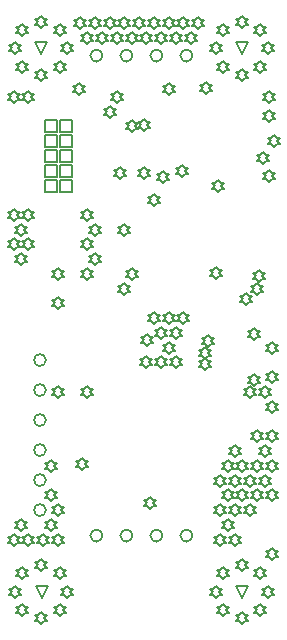
<source format=gbr>
G04*
G04 #@! TF.GenerationSoftware,Altium Limited,Altium Designer,24.5.2 (23)*
G04*
G04 Layer_Color=2752767*
%FSLAX25Y25*%
%MOIN*%
G70*
G04*
G04 #@! TF.SameCoordinates,31991F0E-98CA-4A4E-B794-B5AF52ABA4E1*
G04*
G04*
G04 #@! TF.FilePolarity,Positive*
G04*
G01*
G75*
%ADD13C,0.00500*%
%ADD58C,0.00667*%
D13*
X13780Y192882D02*
X11779Y196882D01*
X15779D01*
X13780Y192882D01*
X19971Y157088D02*
Y161088D01*
X23971D01*
Y157088D01*
X19971D01*
X14971D02*
Y161088D01*
X18971D01*
Y157088D01*
X14971D01*
Y162088D02*
Y166088D01*
X18971D01*
Y162088D01*
X14971D01*
Y167088D02*
Y171088D01*
X18971D01*
Y167088D01*
X14971D01*
Y152088D02*
Y156088D01*
X18971D01*
Y152088D01*
X14971D01*
Y147088D02*
Y151088D01*
X18971D01*
Y147088D01*
X14971D01*
X19971Y152088D02*
Y156088D01*
X23971D01*
Y152088D01*
X19971D01*
Y147088D02*
Y151088D01*
X23971D01*
Y147088D01*
X19971D01*
Y162088D02*
Y166088D01*
X23971D01*
Y162088D01*
X19971D01*
Y167088D02*
Y171088D01*
X23971D01*
Y167088D01*
X19971D01*
X14028Y11779D02*
X12028Y15779D01*
X16028D01*
X14028Y11779D01*
X80709D02*
X78709Y15779D01*
X82709D01*
X80709Y11779D01*
Y192882D02*
X78709Y196882D01*
X82709D01*
X80709Y192882D01*
X29232Y196461D02*
X30232Y197461D01*
X31232D01*
X30232Y198461D01*
X31232Y199461D01*
X30232D01*
X29232Y200461D01*
X28232Y199461D01*
X27232D01*
X28232Y198461D01*
X27232Y197461D01*
X28232D01*
X29232Y196461D01*
X26772Y201382D02*
X27772Y202382D01*
X28772D01*
X27772Y203382D01*
X28772Y204382D01*
X27772D01*
X26772Y205382D01*
X25772Y204382D01*
X24772D01*
X25772Y203382D01*
X24772Y202382D01*
X25772D01*
X26772Y201382D01*
X90748Y93114D02*
X91748Y94114D01*
X92748D01*
X91748Y95114D01*
X92748Y96114D01*
X91748D01*
X90748Y97114D01*
X89748Y96114D01*
X88748D01*
X89748Y95114D01*
X88748Y94114D01*
X89748D01*
X90748Y93114D01*
Y83272D02*
X91748Y84272D01*
X92748D01*
X91748Y85272D01*
X92748Y86272D01*
X91748D01*
X90748Y87272D01*
X89748Y86272D01*
X88748D01*
X89748Y85272D01*
X88748Y84272D01*
X89748D01*
X90748Y83272D01*
X88287Y78350D02*
X89287Y79350D01*
X90287D01*
X89287Y80350D01*
X90287Y81350D01*
X89287D01*
X88287Y82350D01*
X87287Y81350D01*
X86287D01*
X87287Y80350D01*
X86287Y79350D01*
X87287D01*
X88287Y78350D01*
X90748Y73429D02*
X91748Y74429D01*
X92748D01*
X91748Y75429D01*
X92748Y76429D01*
X91748D01*
X90748Y77429D01*
X89748Y76429D01*
X88748D01*
X89748Y75429D01*
X88748Y74429D01*
X89748D01*
X90748Y73429D01*
Y63587D02*
X91748Y64587D01*
X92748D01*
X91748Y65587D01*
X92748Y66587D01*
X91748D01*
X90748Y67587D01*
X89748Y66587D01*
X88748D01*
X89748Y65587D01*
X88748Y64587D01*
X89748D01*
X90748Y63587D01*
X88287Y58665D02*
X89287Y59665D01*
X90287D01*
X89287Y60665D01*
X90287Y61665D01*
X89287D01*
X88287Y62665D01*
X87287Y61665D01*
X86287D01*
X87287Y60665D01*
X86287Y59665D01*
X87287D01*
X88287Y58665D01*
X90748Y53744D02*
X91748Y54744D01*
X92748D01*
X91748Y55744D01*
X92748Y56744D01*
X91748D01*
X90748Y57744D01*
X89748Y56744D01*
X88748D01*
X89748Y55744D01*
X88748Y54744D01*
X89748D01*
X90748Y53744D01*
X88287Y48823D02*
X89287Y49823D01*
X90287D01*
X89287Y50823D01*
X90287Y51823D01*
X89287D01*
X88287Y52823D01*
X87287Y51823D01*
X86287D01*
X87287Y50823D01*
X86287Y49823D01*
X87287D01*
X88287Y48823D01*
X90748Y43902D02*
X91748Y44902D01*
X92748D01*
X91748Y45902D01*
X92748Y46902D01*
X91748D01*
X90748Y47902D01*
X89748Y46902D01*
X88748D01*
X89748Y45902D01*
X88748Y44902D01*
X89748D01*
X90748Y43902D01*
Y24216D02*
X91748Y25216D01*
X92748D01*
X91748Y26217D01*
X92748Y27217D01*
X91748D01*
X90748Y28216D01*
X89748Y27217D01*
X88748D01*
X89748Y26217D01*
X88748Y25216D01*
X89748D01*
X90748Y24216D01*
X85827Y112799D02*
X86827Y113799D01*
X87827D01*
X86827Y114799D01*
X87827Y115799D01*
X86827D01*
X85827Y116799D01*
X84827Y115799D01*
X83827D01*
X84827Y114799D01*
X83827Y113799D01*
X84827D01*
X85827Y112799D01*
X83366Y78350D02*
X84366Y79350D01*
X85366D01*
X84366Y80350D01*
X85366Y81350D01*
X84366D01*
X83366Y82350D01*
X82366Y81350D01*
X81366D01*
X82366Y80350D01*
X81366Y79350D01*
X82366D01*
X83366Y78350D01*
X85827Y63587D02*
X86827Y64587D01*
X87827D01*
X86827Y65587D01*
X87827Y66587D01*
X86827D01*
X85827Y67587D01*
X84827Y66587D01*
X83827D01*
X84827Y65587D01*
X83827Y64587D01*
X84827D01*
X85827Y63587D01*
Y53744D02*
X86827Y54744D01*
X87827D01*
X86827Y55744D01*
X87827Y56744D01*
X86827D01*
X85827Y57744D01*
X84827Y56744D01*
X83827D01*
X84827Y55744D01*
X83827Y54744D01*
X84827D01*
X85827Y53744D01*
X83366Y48823D02*
X84366Y49823D01*
X85366D01*
X84366Y50823D01*
X85366Y51823D01*
X84366D01*
X83366Y52823D01*
X82366Y51823D01*
X81366D01*
X82366Y50823D01*
X81366Y49823D01*
X82366D01*
X83366Y48823D01*
X85827Y43902D02*
X86827Y44902D01*
X87827D01*
X86827Y45902D01*
X87827Y46902D01*
X86827D01*
X85827Y47902D01*
X84827Y46902D01*
X83827D01*
X84827Y45902D01*
X83827Y44902D01*
X84827D01*
X85827Y43902D01*
X83366Y38980D02*
X84366Y39980D01*
X85366D01*
X84366Y40980D01*
X85366Y41980D01*
X84366D01*
X83366Y42980D01*
X82366Y41980D01*
X81366D01*
X82366Y40980D01*
X81366Y39980D01*
X82366D01*
X83366Y38980D01*
X78445Y58665D02*
X79445Y59665D01*
X80445D01*
X79445Y60665D01*
X80445Y61665D01*
X79445D01*
X78445Y62665D01*
X77445Y61665D01*
X76445D01*
X77445Y60665D01*
X76445Y59665D01*
X77445D01*
X78445Y58665D01*
X80905Y53744D02*
X81906Y54744D01*
X82906D01*
X81906Y55744D01*
X82906Y56744D01*
X81906D01*
X80905Y57744D01*
X79905Y56744D01*
X78905D01*
X79905Y55744D01*
X78905Y54744D01*
X79905D01*
X80905Y53744D01*
X78445Y48823D02*
X79445Y49823D01*
X80445D01*
X79445Y50823D01*
X80445Y51823D01*
X79445D01*
X78445Y52823D01*
X77445Y51823D01*
X76445D01*
X77445Y50823D01*
X76445Y49823D01*
X77445D01*
X78445Y48823D01*
X80905Y43902D02*
X81906Y44902D01*
X82906D01*
X81906Y45902D01*
X82906Y46902D01*
X81906D01*
X80905Y47902D01*
X79905Y46902D01*
X78905D01*
X79905Y45902D01*
X78905Y44902D01*
X79905D01*
X80905Y43902D01*
X78445Y38980D02*
X79445Y39980D01*
X80445D01*
X79445Y40980D01*
X80445Y41980D01*
X79445D01*
X78445Y42980D01*
X77445Y41980D01*
X76445D01*
X77445Y40980D01*
X76445Y39980D01*
X77445D01*
X78445Y38980D01*
Y29138D02*
X79445Y30138D01*
X80445D01*
X79445Y31138D01*
X80445Y32138D01*
X79445D01*
X78445Y33138D01*
X77445Y32138D01*
X76445D01*
X77445Y31138D01*
X76445Y30138D01*
X77445D01*
X78445Y29138D01*
X75984Y53744D02*
X76984Y54744D01*
X77984D01*
X76984Y55744D01*
X77984Y56744D01*
X76984D01*
X75984Y57744D01*
X74984Y56744D01*
X73984D01*
X74984Y55744D01*
X73984Y54744D01*
X74984D01*
X75984Y53744D01*
X73524Y48823D02*
X74524Y49823D01*
X75524D01*
X74524Y50823D01*
X75524Y51823D01*
X74524D01*
X73524Y52823D01*
X72524Y51823D01*
X71524D01*
X72524Y50823D01*
X71524Y49823D01*
X72524D01*
X73524Y48823D01*
X75984Y43902D02*
X76984Y44902D01*
X77984D01*
X76984Y45902D01*
X77984Y46902D01*
X76984D01*
X75984Y47902D01*
X74984Y46902D01*
X73984D01*
X74984Y45902D01*
X73984Y44902D01*
X74984D01*
X75984Y43902D01*
X73524Y38980D02*
X74524Y39980D01*
X75524D01*
X74524Y40980D01*
X75524Y41980D01*
X74524D01*
X73524Y42980D01*
X72524Y41980D01*
X71524D01*
X72524Y40980D01*
X71524Y39980D01*
X72524D01*
X73524Y38980D01*
X75984Y34059D02*
X76984Y35059D01*
X77984D01*
X76984Y36059D01*
X77984Y37059D01*
X76984D01*
X75984Y38059D01*
X74984Y37059D01*
X73984D01*
X74984Y36059D01*
X73984Y35059D01*
X74984D01*
X75984Y34059D01*
X73524Y29138D02*
X74524Y30138D01*
X75524D01*
X74524Y31138D01*
X75524Y32138D01*
X74524D01*
X73524Y33138D01*
X72524Y32138D01*
X71524D01*
X72524Y31138D01*
X71524Y30138D01*
X72524D01*
X73524Y29138D01*
X66142Y201382D02*
X67142Y202382D01*
X68142D01*
X67142Y203382D01*
X68142Y204382D01*
X67142D01*
X66142Y205382D01*
X65142Y204382D01*
X64142D01*
X65142Y203382D01*
X64142Y202382D01*
X65142D01*
X66142Y201382D01*
X63681Y196461D02*
X64681Y197461D01*
X65681D01*
X64681Y198461D01*
X65681Y199461D01*
X64681D01*
X63681Y200461D01*
X62681Y199461D01*
X61681D01*
X62681Y198461D01*
X61681Y197461D01*
X62681D01*
X63681Y196461D01*
X61221Y201382D02*
X62221Y202382D01*
X63221D01*
X62221Y203382D01*
X63221Y204382D01*
X62221D01*
X61221Y205382D01*
X60220Y204382D01*
X59220D01*
X60220Y203382D01*
X59220Y202382D01*
X60220D01*
X61221Y201382D01*
X58760Y196461D02*
X59760Y197461D01*
X60760D01*
X59760Y198461D01*
X60760Y199461D01*
X59760D01*
X58760Y200461D01*
X57760Y199461D01*
X56760D01*
X57760Y198461D01*
X56760Y197461D01*
X57760D01*
X58760Y196461D01*
X61221Y102957D02*
X62221Y103957D01*
X63221D01*
X62221Y104957D01*
X63221Y105957D01*
X62221D01*
X61221Y106957D01*
X60220Y105957D01*
X59220D01*
X60220Y104957D01*
X59220Y103957D01*
X60220D01*
X61221Y102957D01*
X58760Y98035D02*
X59760Y99035D01*
X60760D01*
X59760Y100035D01*
X60760Y101035D01*
X59760D01*
X58760Y102035D01*
X57760Y101035D01*
X56760D01*
X57760Y100035D01*
X56760Y99035D01*
X57760D01*
X58760Y98035D01*
Y88193D02*
X59760Y89193D01*
X60760D01*
X59760Y90193D01*
X60760Y91193D01*
X59760D01*
X58760Y92193D01*
X57760Y91193D01*
X56760D01*
X57760Y90193D01*
X56760Y89193D01*
X57760D01*
X58760Y88193D01*
X56299Y201382D02*
X57299Y202382D01*
X58299D01*
X57299Y203382D01*
X58299Y204382D01*
X57299D01*
X56299Y205382D01*
X55299Y204382D01*
X54299D01*
X55299Y203382D01*
X54299Y202382D01*
X55299D01*
X56299Y201382D01*
X53839Y196461D02*
X54839Y197461D01*
X55839D01*
X54839Y198461D01*
X55839Y199461D01*
X54839D01*
X53839Y200461D01*
X52839Y199461D01*
X51839D01*
X52839Y198461D01*
X51839Y197461D01*
X52839D01*
X53839Y196461D01*
X56299Y102957D02*
X57299Y103957D01*
X58299D01*
X57299Y104957D01*
X58299Y105957D01*
X57299D01*
X56299Y106957D01*
X55299Y105957D01*
X54299D01*
X55299Y104957D01*
X54299Y103957D01*
X55299D01*
X56299Y102957D01*
X53839Y98035D02*
X54839Y99035D01*
X55839D01*
X54839Y100035D01*
X55839Y101035D01*
X54839D01*
X53839Y102035D01*
X52839Y101035D01*
X51839D01*
X52839Y100035D01*
X51839Y99035D01*
X52839D01*
X53839Y98035D01*
X56299Y93114D02*
X57299Y94114D01*
X58299D01*
X57299Y95114D01*
X58299Y96114D01*
X57299D01*
X56299Y97114D01*
X55299Y96114D01*
X54299D01*
X55299Y95114D01*
X54299Y94114D01*
X55299D01*
X56299Y93114D01*
X53839Y88193D02*
X54839Y89193D01*
X55839D01*
X54839Y90193D01*
X55839Y91193D01*
X54839D01*
X53839Y92193D01*
X52839Y91193D01*
X51839D01*
X52839Y90193D01*
X51839Y89193D01*
X52839D01*
X53839Y88193D01*
X51378Y201382D02*
X52378Y202382D01*
X53378D01*
X52378Y203382D01*
X53378Y204382D01*
X52378D01*
X51378Y205382D01*
X50378Y204382D01*
X49378D01*
X50378Y203382D01*
X49378Y202382D01*
X50378D01*
X51378Y201382D01*
X48917Y196461D02*
X49917Y197461D01*
X50917D01*
X49917Y198461D01*
X50917Y199461D01*
X49917D01*
X48917Y200461D01*
X47917Y199461D01*
X46917D01*
X47917Y198461D01*
X46917Y197461D01*
X47917D01*
X48917Y196461D01*
X51378Y142327D02*
X52378Y143327D01*
X53378D01*
X52378Y144327D01*
X53378Y145327D01*
X52378D01*
X51378Y146327D01*
X50378Y145327D01*
X49378D01*
X50378Y144327D01*
X49378Y143327D01*
X50378D01*
X51378Y142327D01*
Y102957D02*
X52378Y103957D01*
X53378D01*
X52378Y104957D01*
X53378Y105957D01*
X52378D01*
X51378Y106957D01*
X50378Y105957D01*
X49378D01*
X50378Y104957D01*
X49378Y103957D01*
X50378D01*
X51378Y102957D01*
X48917Y88193D02*
X49917Y89193D01*
X50917D01*
X49917Y90193D01*
X50917Y91193D01*
X49917D01*
X48917Y92193D01*
X47917Y91193D01*
X46917D01*
X47917Y90193D01*
X46917Y89193D01*
X47917D01*
X48917Y88193D01*
X46457Y201382D02*
X47457Y202382D01*
X48457D01*
X47457Y203382D01*
X48457Y204382D01*
X47457D01*
X46457Y205382D01*
X45457Y204382D01*
X44457D01*
X45457Y203382D01*
X44457Y202382D01*
X45457D01*
X46457Y201382D01*
X43996Y196461D02*
X44996Y197461D01*
X45996D01*
X44996Y198461D01*
X45996Y199461D01*
X44996D01*
X43996Y200461D01*
X42996Y199461D01*
X41996D01*
X42996Y198461D01*
X41996Y197461D01*
X42996D01*
X43996Y196461D01*
Y166933D02*
X44996Y167933D01*
X45996D01*
X44996Y168933D01*
X45996Y169933D01*
X44996D01*
X43996Y170933D01*
X42996Y169933D01*
X41996D01*
X42996Y168933D01*
X41996Y167933D01*
X42996D01*
X43996Y166933D01*
Y117720D02*
X44996Y118720D01*
X45996D01*
X44996Y119720D01*
X45996Y120721D01*
X44996D01*
X43996Y121721D01*
X42996Y120721D01*
X41996D01*
X42996Y119720D01*
X41996Y118720D01*
X42996D01*
X43996Y117720D01*
X41535Y201382D02*
X42535Y202382D01*
X43535D01*
X42535Y203382D01*
X43535Y204382D01*
X42535D01*
X41535Y205382D01*
X40535Y204382D01*
X39535D01*
X40535Y203382D01*
X39535Y202382D01*
X40535D01*
X41535Y201382D01*
X39075Y196461D02*
X40075Y197461D01*
X41075D01*
X40075Y198461D01*
X41075Y199461D01*
X40075D01*
X39075Y200461D01*
X38075Y199461D01*
X37075D01*
X38075Y198461D01*
X37075Y197461D01*
X38075D01*
X39075Y196461D01*
Y176776D02*
X40075Y177776D01*
X41075D01*
X40075Y178776D01*
X41075Y179776D01*
X40075D01*
X39075Y180776D01*
X38075Y179776D01*
X37075D01*
X38075Y178776D01*
X37075Y177776D01*
X38075D01*
X39075Y176776D01*
X41535Y132484D02*
X42535Y133484D01*
X43535D01*
X42535Y134484D01*
X43535Y135484D01*
X42535D01*
X41535Y136484D01*
X40535Y135484D01*
X39535D01*
X40535Y134484D01*
X39535Y133484D01*
X40535D01*
X41535Y132484D01*
Y112799D02*
X42535Y113799D01*
X43535D01*
X42535Y114799D01*
X43535Y115799D01*
X42535D01*
X41535Y116799D01*
X40535Y115799D01*
X39535D01*
X40535Y114799D01*
X39535Y113799D01*
X40535D01*
X41535Y112799D01*
X36614Y201382D02*
X37614Y202382D01*
X38614D01*
X37614Y203382D01*
X38614Y204382D01*
X37614D01*
X36614Y205382D01*
X35614Y204382D01*
X34614D01*
X35614Y203382D01*
X34614Y202382D01*
X35614D01*
X36614Y201382D01*
X34154Y196461D02*
X35154Y197461D01*
X36154D01*
X35154Y198461D01*
X36154Y199461D01*
X35154D01*
X34154Y200461D01*
X33154Y199461D01*
X32154D01*
X33154Y198461D01*
X32154Y197461D01*
X33154D01*
X34154Y196461D01*
X36614Y171854D02*
X37614Y172854D01*
X38614D01*
X37614Y173854D01*
X38614Y174854D01*
X37614D01*
X36614Y175854D01*
X35614Y174854D01*
X34614D01*
X35614Y173854D01*
X34614Y172854D01*
X35614D01*
X36614Y171854D01*
X31693Y201382D02*
X32693Y202382D01*
X33693D01*
X32693Y203382D01*
X33693Y204382D01*
X32693D01*
X31693Y205382D01*
X30693Y204382D01*
X29693D01*
X30693Y203382D01*
X29693Y202382D01*
X30693D01*
X31693Y201382D01*
X29232Y137406D02*
X30232Y138406D01*
X31232D01*
X30232Y139406D01*
X31232Y140405D01*
X30232D01*
X29232Y141405D01*
X28232Y140405D01*
X27232D01*
X28232Y139406D01*
X27232Y138406D01*
X28232D01*
X29232Y137406D01*
X31693Y132484D02*
X32693Y133484D01*
X33693D01*
X32693Y134484D01*
X33693Y135484D01*
X32693D01*
X31693Y136484D01*
X30693Y135484D01*
X29693D01*
X30693Y134484D01*
X29693Y133484D01*
X30693D01*
X31693Y132484D01*
X29232Y127563D02*
X30232Y128563D01*
X31232D01*
X30232Y129563D01*
X31232Y130563D01*
X30232D01*
X29232Y131563D01*
X28232Y130563D01*
X27232D01*
X28232Y129563D01*
X27232Y128563D01*
X28232D01*
X29232Y127563D01*
X31693Y122642D02*
X32693Y123642D01*
X33693D01*
X32693Y124642D01*
X33693Y125642D01*
X32693D01*
X31693Y126642D01*
X30693Y125642D01*
X29693D01*
X30693Y124642D01*
X29693Y123642D01*
X30693D01*
X31693Y122642D01*
X29232Y117720D02*
X30232Y118720D01*
X31232D01*
X30232Y119720D01*
X31232Y120721D01*
X30232D01*
X29232Y121721D01*
X28232Y120721D01*
X27232D01*
X28232Y119720D01*
X27232Y118720D01*
X28232D01*
X29232Y117720D01*
Y78350D02*
X30232Y79350D01*
X31232D01*
X30232Y80350D01*
X31232Y81350D01*
X30232D01*
X29232Y82350D01*
X28232Y81350D01*
X27232D01*
X28232Y80350D01*
X27232Y79350D01*
X28232D01*
X29232Y78350D01*
X19390Y117720D02*
X20390Y118720D01*
X21390D01*
X20390Y119720D01*
X21390Y120721D01*
X20390D01*
X19390Y121721D01*
X18390Y120721D01*
X17390D01*
X18390Y119720D01*
X17390Y118720D01*
X18390D01*
X19390Y117720D01*
Y107878D02*
X20390Y108878D01*
X21390D01*
X20390Y109878D01*
X21390Y110878D01*
X20390D01*
X19390Y111878D01*
X18390Y110878D01*
X17390D01*
X18390Y109878D01*
X17390Y108878D01*
X18390D01*
X19390Y107878D01*
Y78350D02*
X20390Y79350D01*
X21390D01*
X20390Y80350D01*
X21390Y81350D01*
X20390D01*
X19390Y82350D01*
X18390Y81350D01*
X17390D01*
X18390Y80350D01*
X17390Y79350D01*
X18390D01*
X19390Y78350D01*
Y38980D02*
X20390Y39980D01*
X21390D01*
X20390Y40980D01*
X21390Y41980D01*
X20390D01*
X19390Y42980D01*
X18390Y41980D01*
X17390D01*
X18390Y40980D01*
X17390Y39980D01*
X18390D01*
X19390Y38980D01*
Y29138D02*
X20390Y30138D01*
X21390D01*
X20390Y31138D01*
X21390Y32138D01*
X20390D01*
X19390Y33138D01*
X18390Y32138D01*
X17390D01*
X18390Y31138D01*
X17390Y30138D01*
X18390D01*
X19390Y29138D01*
X16929Y53744D02*
X17929Y54744D01*
X18929D01*
X17929Y55744D01*
X18929Y56744D01*
X17929D01*
X16929Y57744D01*
X15929Y56744D01*
X14929D01*
X15929Y55744D01*
X14929Y54744D01*
X15929D01*
X16929Y53744D01*
Y43902D02*
X17929Y44902D01*
X18929D01*
X17929Y45902D01*
X18929Y46902D01*
X17929D01*
X16929Y47902D01*
X15929Y46902D01*
X14929D01*
X15929Y45902D01*
X14929Y44902D01*
X15929D01*
X16929Y43902D01*
Y34059D02*
X17929Y35059D01*
X18929D01*
X17929Y36059D01*
X18929Y37059D01*
X17929D01*
X16929Y38059D01*
X15929Y37059D01*
X14929D01*
X15929Y36059D01*
X14929Y35059D01*
X15929D01*
X16929Y34059D01*
X14469Y29138D02*
X15469Y30138D01*
X16468D01*
X15469Y31138D01*
X16468Y32138D01*
X15469D01*
X14469Y33138D01*
X13468Y32138D01*
X12468D01*
X13468Y31138D01*
X12468Y30138D01*
X13468D01*
X14469Y29138D01*
X9547Y176776D02*
X10547Y177776D01*
X11547D01*
X10547Y178776D01*
X11547Y179776D01*
X10547D01*
X9547Y180776D01*
X8547Y179776D01*
X7547D01*
X8547Y178776D01*
X7547Y177776D01*
X8547D01*
X9547Y176776D01*
Y137406D02*
X10547Y138406D01*
X11547D01*
X10547Y139406D01*
X11547Y140405D01*
X10547D01*
X9547Y141405D01*
X8547Y140405D01*
X7547D01*
X8547Y139406D01*
X7547Y138406D01*
X8547D01*
X9547Y137406D01*
Y127563D02*
X10547Y128563D01*
X11547D01*
X10547Y129563D01*
X11547Y130563D01*
X10547D01*
X9547Y131563D01*
X8547Y130563D01*
X7547D01*
X8547Y129563D01*
X7547Y128563D01*
X8547D01*
X9547Y127563D01*
Y29138D02*
X10547Y30138D01*
X11547D01*
X10547Y31138D01*
X11547Y32138D01*
X10547D01*
X9547Y33138D01*
X8547Y32138D01*
X7547D01*
X8547Y31138D01*
X7547Y30138D01*
X8547D01*
X9547Y29138D01*
X4626Y176776D02*
X5626Y177776D01*
X6626D01*
X5626Y178776D01*
X6626Y179776D01*
X5626D01*
X4626Y180776D01*
X3626Y179776D01*
X2626D01*
X3626Y178776D01*
X2626Y177776D01*
X3626D01*
X4626Y176776D01*
Y137406D02*
X5626Y138406D01*
X6626D01*
X5626Y139406D01*
X6626Y140405D01*
X5626D01*
X4626Y141405D01*
X3626Y140405D01*
X2626D01*
X3626Y139406D01*
X2626Y138406D01*
X3626D01*
X4626Y137406D01*
X7087Y132484D02*
X8087Y133484D01*
X9087D01*
X8087Y134484D01*
X9087Y135484D01*
X8087D01*
X7087Y136484D01*
X6087Y135484D01*
X5087D01*
X6087Y134484D01*
X5087Y133484D01*
X6087D01*
X7087Y132484D01*
X4626Y127563D02*
X5626Y128563D01*
X6626D01*
X5626Y129563D01*
X6626Y130563D01*
X5626D01*
X4626Y131563D01*
X3626Y130563D01*
X2626D01*
X3626Y129563D01*
X2626Y128563D01*
X3626D01*
X4626Y127563D01*
X7087Y122642D02*
X8087Y123642D01*
X9087D01*
X8087Y124642D01*
X9087Y125642D01*
X8087D01*
X7087Y126642D01*
X6087Y125642D01*
X5087D01*
X6087Y124642D01*
X5087Y123642D01*
X6087D01*
X7087Y122642D01*
Y34059D02*
X8087Y35059D01*
X9087D01*
X8087Y36059D01*
X9087Y37059D01*
X8087D01*
X7087Y38059D01*
X6087Y37059D01*
X5087D01*
X6087Y36059D01*
X5087Y35059D01*
X6087D01*
X7087Y34059D01*
X4626Y29138D02*
X5626Y30138D01*
X6626D01*
X5626Y31138D01*
X6626Y32138D01*
X5626D01*
X4626Y33138D01*
X3626Y32138D01*
X2626D01*
X3626Y31138D01*
X2626Y30138D01*
X3626D01*
X4626Y29138D01*
X89600Y150500D02*
X90600Y151500D01*
X91600D01*
X90600Y152500D01*
X91600Y153500D01*
X90600D01*
X89600Y154500D01*
X88600Y153500D01*
X87600D01*
X88600Y152500D01*
X87600Y151500D01*
X88600D01*
X89600Y150500D01*
X84700Y97557D02*
X85700Y98557D01*
X86700D01*
X85700Y99557D01*
X86700Y100557D01*
X85700D01*
X84700Y101557D01*
X83700Y100557D01*
X82700D01*
X83700Y99557D01*
X82700Y98557D01*
X83700D01*
X84700Y97557D01*
X50200Y41500D02*
X51200Y42500D01*
X52200D01*
X51200Y43500D01*
X52200Y44500D01*
X51200D01*
X50200Y45500D01*
X49200Y44500D01*
X48200D01*
X49200Y43500D01*
X48200Y42500D01*
X49200D01*
X50200Y41500D01*
X68299Y87552D02*
X69299Y88552D01*
X70299D01*
X69299Y89552D01*
X70299Y90552D01*
X69299D01*
X68299Y91552D01*
X67299Y90552D01*
X66299D01*
X67299Y89552D01*
X66299Y88552D01*
X67299D01*
X68299Y87552D01*
X87900Y156500D02*
X88900Y157500D01*
X89900D01*
X88900Y158500D01*
X89900Y159500D01*
X88900D01*
X87900Y160500D01*
X86900Y159500D01*
X85900D01*
X86900Y158500D01*
X85900Y157500D01*
X86900D01*
X87900Y156500D01*
X48100Y167200D02*
X49100Y168200D01*
X50100D01*
X49100Y169200D01*
X50100Y170200D01*
X49100D01*
X48100Y171200D01*
X47100Y170200D01*
X46100D01*
X47100Y169200D01*
X46100Y168200D01*
X47100D01*
X48100Y167200D01*
X89900Y170200D02*
X90900Y171200D01*
X91900D01*
X90900Y172200D01*
X91900Y173200D01*
X90900D01*
X89900Y174200D01*
X88900Y173200D01*
X87900D01*
X88900Y172200D01*
X87900Y171200D01*
X88900D01*
X89900Y170200D01*
Y176700D02*
X90900Y177700D01*
X91900D01*
X90900Y178700D01*
X91900Y179700D01*
X90900D01*
X89900Y180700D01*
X88900Y179700D01*
X87900D01*
X88900Y178700D01*
X87900Y177700D01*
X88900D01*
X89900Y176700D01*
X68400Y91500D02*
X69400Y92500D01*
X70400D01*
X69400Y93500D01*
X70400Y94500D01*
X69400D01*
X68400Y95500D01*
X67400Y94500D01*
X66400D01*
X67400Y93500D01*
X66400Y92500D01*
X67400D01*
X68400Y91500D01*
X56424Y179224D02*
X57424Y180224D01*
X58424D01*
X57424Y181224D01*
X58424Y182224D01*
X57424D01*
X56424Y183224D01*
X55424Y182224D01*
X54424D01*
X55424Y181224D01*
X54424Y180224D01*
X55424D01*
X56424Y179224D01*
X26400Y179200D02*
X27400Y180200D01*
X28400D01*
X27400Y181200D01*
X28400Y182200D01*
X27400D01*
X26400Y183200D01*
X25400Y182200D01*
X24400D01*
X25400Y181200D01*
X24400Y180200D01*
X25400D01*
X26400Y179200D01*
X69374Y95488D02*
X70374Y96488D01*
X71374D01*
X70374Y97488D01*
X71374Y98488D01*
X70374D01*
X69374Y99488D01*
X68374Y98488D01*
X67374D01*
X68374Y97488D01*
X67374Y96488D01*
X68374D01*
X69374Y95488D01*
X84800Y82200D02*
X85800Y83200D01*
X86800D01*
X85800Y84200D01*
X86800Y85200D01*
X85800D01*
X84800Y86200D01*
X83800Y85200D01*
X82800D01*
X83800Y84200D01*
X82800Y83200D01*
X83800D01*
X84800Y82200D01*
X49200Y95600D02*
X50200Y96600D01*
X51200D01*
X50200Y97600D01*
X51200Y98600D01*
X50200D01*
X49200Y99600D01*
X48200Y98600D01*
X47200D01*
X48200Y97600D01*
X47200Y96600D01*
X48200D01*
X49200Y95600D01*
X60600Y152000D02*
X61600Y153000D01*
X62600D01*
X61600Y154000D01*
X62600Y155000D01*
X61600D01*
X60600Y156000D01*
X59600Y155000D01*
X58600D01*
X59600Y154000D01*
X58600Y153000D01*
X59600D01*
X60600Y152000D01*
X54376Y150076D02*
X55376Y151076D01*
X56376D01*
X55376Y152076D01*
X56376Y153076D01*
X55376D01*
X54376Y154076D01*
X53376Y153076D01*
X52376D01*
X53376Y152076D01*
X52376Y151076D01*
X53376D01*
X54376Y150076D01*
X48200Y151355D02*
X49200Y152355D01*
X50200D01*
X49200Y153355D01*
X50200Y154355D01*
X49200D01*
X48200Y155354D01*
X47200Y154355D01*
X46200D01*
X47200Y153355D01*
X46200Y152355D01*
X47200D01*
X48200Y151355D01*
X40074D02*
X41074Y152355D01*
X42074D01*
X41074Y153355D01*
X42074Y154355D01*
X41074D01*
X40074Y155354D01*
X39074Y154355D01*
X38074D01*
X39074Y153355D01*
X38074Y152355D01*
X39074D01*
X40074Y151355D01*
X91300Y162000D02*
X92300Y163000D01*
X93300D01*
X92300Y164000D01*
X93300Y165000D01*
X92300D01*
X91300Y166000D01*
X90300Y165000D01*
X89300D01*
X90300Y164000D01*
X89300Y163000D01*
X90300D01*
X91300Y162000D01*
X68600Y179700D02*
X69600Y180700D01*
X70600D01*
X69600Y181700D01*
X70600Y182700D01*
X69600D01*
X68600Y183700D01*
X67600Y182700D01*
X66600D01*
X67600Y181700D01*
X66600Y180700D01*
X67600D01*
X68600Y179700D01*
X72000Y118100D02*
X73000Y119100D01*
X74000D01*
X73000Y120100D01*
X74000Y121100D01*
X73000D01*
X72000Y122100D01*
X71000Y121100D01*
X70000D01*
X71000Y120100D01*
X70000Y119100D01*
X71000D01*
X72000Y118100D01*
X86319Y116893D02*
X87319Y117893D01*
X88319D01*
X87319Y118893D01*
X88319Y119893D01*
X87319D01*
X86319Y120893D01*
X85319Y119893D01*
X84319D01*
X85319Y118893D01*
X84319Y117893D01*
X85319D01*
X86319Y116893D01*
X82000Y109400D02*
X83000Y110400D01*
X84000D01*
X83000Y111400D01*
X84000Y112400D01*
X83000D01*
X82000Y113400D01*
X81000Y112400D01*
X80000D01*
X81000Y111400D01*
X80000Y110400D01*
X81000D01*
X82000Y109400D01*
X72900Y146900D02*
X73900Y147900D01*
X74900D01*
X73900Y148900D01*
X74900Y149900D01*
X73900D01*
X72900Y150900D01*
X71900Y149900D01*
X70900D01*
X71900Y148900D01*
X70900Y147900D01*
X71900D01*
X72900Y146900D01*
X27441Y54213D02*
X28442Y55213D01*
X29441D01*
X28442Y56213D01*
X29441Y57213D01*
X28442D01*
X27441Y58213D01*
X26441Y57213D01*
X25442D01*
X26441Y56213D01*
X25442Y55213D01*
X26441D01*
X27441Y54213D01*
X86902Y5587D02*
X87902Y6587D01*
X88902D01*
X87902Y7587D01*
X88902Y8587D01*
X87902D01*
X86902Y9587D01*
X85902Y8587D01*
X84902D01*
X85902Y7587D01*
X84902Y6587D01*
X85902D01*
X86902Y5587D01*
X74516D02*
X75516Y6587D01*
X76516D01*
X75516Y7587D01*
X76516Y8587D01*
X75516D01*
X74516Y9587D01*
X73516Y8587D01*
X72516D01*
X73516Y7587D01*
X72516Y6587D01*
X73516D01*
X74516Y5587D01*
Y17972D02*
X75516Y18972D01*
X76516D01*
X75516Y19972D01*
X76516Y20972D01*
X75516D01*
X74516Y21972D01*
X73516Y20972D01*
X72516D01*
X73516Y19972D01*
X72516Y18972D01*
X73516D01*
X74516Y17972D01*
X86902D02*
X87902Y18972D01*
X88902D01*
X87902Y19972D01*
X88902Y20972D01*
X87902D01*
X86902Y21972D01*
X85902Y20972D01*
X84902D01*
X85902Y19972D01*
X84902Y18972D01*
X85902D01*
X86902Y17972D01*
X89468Y11779D02*
X90469Y12779D01*
X91469D01*
X90469Y13780D01*
X91469Y14780D01*
X90469D01*
X89468Y15779D01*
X88468Y14780D01*
X87468D01*
X88468Y13780D01*
X87468Y12779D01*
X88468D01*
X89468Y11779D01*
X71949D02*
X72949Y12779D01*
X73949D01*
X72949Y13780D01*
X73949Y14780D01*
X72949D01*
X71949Y15779D01*
X70949Y14780D01*
X69949D01*
X70949Y13780D01*
X69949Y12779D01*
X70949D01*
X71949Y11779D01*
X80709Y3020D02*
X81709Y4020D01*
X82709D01*
X81709Y5020D01*
X82709Y6020D01*
X81709D01*
X80709Y7020D01*
X79709Y6020D01*
X78709D01*
X79709Y5020D01*
X78709Y4020D01*
X79709D01*
X80709Y3020D01*
Y20539D02*
X81709Y21539D01*
X82709D01*
X81709Y22539D01*
X82709Y23539D01*
X81709D01*
X80709Y24539D01*
X79709Y23539D01*
X78709D01*
X79709Y22539D01*
X78709Y21539D01*
X79709D01*
X80709Y20539D01*
X86902Y186689D02*
X87902Y187689D01*
X88902D01*
X87902Y188689D01*
X88902Y189689D01*
X87902D01*
X86902Y190689D01*
X85902Y189689D01*
X84902D01*
X85902Y188689D01*
X84902Y187689D01*
X85902D01*
X86902Y186689D01*
X74516D02*
X75516Y187689D01*
X76516D01*
X75516Y188689D01*
X76516Y189689D01*
X75516D01*
X74516Y190689D01*
X73516Y189689D01*
X72516D01*
X73516Y188689D01*
X72516Y187689D01*
X73516D01*
X74516Y186689D01*
Y199075D02*
X75516Y200075D01*
X76516D01*
X75516Y201075D01*
X76516Y202075D01*
X75516D01*
X74516Y203075D01*
X73516Y202075D01*
X72516D01*
X73516Y201075D01*
X72516Y200075D01*
X73516D01*
X74516Y199075D01*
X86902D02*
X87902Y200075D01*
X88902D01*
X87902Y201075D01*
X88902Y202075D01*
X87902D01*
X86902Y203075D01*
X85902Y202075D01*
X84902D01*
X85902Y201075D01*
X84902Y200075D01*
X85902D01*
X86902Y199075D01*
X89468Y192882D02*
X90469Y193882D01*
X91469D01*
X90469Y194882D01*
X91469Y195882D01*
X90469D01*
X89468Y196882D01*
X88468Y195882D01*
X87468D01*
X88468Y194882D01*
X87468Y193882D01*
X88468D01*
X89468Y192882D01*
X71949D02*
X72949Y193882D01*
X73949D01*
X72949Y194882D01*
X73949Y195882D01*
X72949D01*
X71949Y196882D01*
X70949Y195882D01*
X69949D01*
X70949Y194882D01*
X69949Y193882D01*
X70949D01*
X71949Y192882D01*
X80709Y184122D02*
X81709Y185122D01*
X82709D01*
X81709Y186122D01*
X82709Y187122D01*
X81709D01*
X80709Y188122D01*
X79709Y187122D01*
X78709D01*
X79709Y186122D01*
X78709Y185122D01*
X79709D01*
X80709Y184122D01*
Y201642D02*
X81709Y202642D01*
X82709D01*
X81709Y203642D01*
X82709Y204642D01*
X81709D01*
X80709Y205642D01*
X79709Y204642D01*
X78709D01*
X79709Y203642D01*
X78709Y202642D01*
X79709D01*
X80709Y201642D01*
X19972Y186689D02*
X20972Y187689D01*
X21972D01*
X20972Y188689D01*
X21972Y189689D01*
X20972D01*
X19972Y190689D01*
X18972Y189689D01*
X17972D01*
X18972Y188689D01*
X17972Y187689D01*
X18972D01*
X19972Y186689D01*
X7587D02*
X8587Y187689D01*
X9587D01*
X8587Y188689D01*
X9587Y189689D01*
X8587D01*
X7587Y190689D01*
X6587Y189689D01*
X5587D01*
X6587Y188689D01*
X5587Y187689D01*
X6587D01*
X7587Y186689D01*
Y199075D02*
X8587Y200075D01*
X9587D01*
X8587Y201075D01*
X9587Y202075D01*
X8587D01*
X7587Y203075D01*
X6587Y202075D01*
X5587D01*
X6587Y201075D01*
X5587Y200075D01*
X6587D01*
X7587Y199075D01*
X19972D02*
X20972Y200075D01*
X21972D01*
X20972Y201075D01*
X21972Y202075D01*
X20972D01*
X19972Y203075D01*
X18972Y202075D01*
X17972D01*
X18972Y201075D01*
X17972Y200075D01*
X18972D01*
X19972Y199075D01*
X22539Y192882D02*
X23539Y193882D01*
X24539D01*
X23539Y194882D01*
X24539Y195882D01*
X23539D01*
X22539Y196882D01*
X21539Y195882D01*
X20539D01*
X21539Y194882D01*
X20539Y193882D01*
X21539D01*
X22539Y192882D01*
X5020D02*
X6020Y193882D01*
X7020D01*
X6020Y194882D01*
X7020Y195882D01*
X6020D01*
X5020Y196882D01*
X4020Y195882D01*
X3020D01*
X4020Y194882D01*
X3020Y193882D01*
X4020D01*
X5020Y192882D01*
X13780Y184122D02*
X14780Y185122D01*
X15779D01*
X14780Y186122D01*
X15779Y187122D01*
X14780D01*
X13780Y188122D01*
X12779Y187122D01*
X11779D01*
X12779Y186122D01*
X11779Y185122D01*
X12779D01*
X13780Y184122D01*
Y201642D02*
X14780Y202642D01*
X15779D01*
X14780Y203642D01*
X15779Y204642D01*
X14780D01*
X13780Y205642D01*
X12779Y204642D01*
X11779D01*
X12779Y203642D01*
X11779Y202642D01*
X12779D01*
X13780Y201642D01*
X19972Y5587D02*
X20972Y6587D01*
X21972D01*
X20972Y7587D01*
X21972Y8587D01*
X20972D01*
X19972Y9587D01*
X18972Y8587D01*
X17972D01*
X18972Y7587D01*
X17972Y6587D01*
X18972D01*
X19972Y5587D01*
X7587D02*
X8587Y6587D01*
X9587D01*
X8587Y7587D01*
X9587Y8587D01*
X8587D01*
X7587Y9587D01*
X6587Y8587D01*
X5587D01*
X6587Y7587D01*
X5587Y6587D01*
X6587D01*
X7587Y5587D01*
Y17972D02*
X8587Y18972D01*
X9587D01*
X8587Y19972D01*
X9587Y20972D01*
X8587D01*
X7587Y21972D01*
X6587Y20972D01*
X5587D01*
X6587Y19972D01*
X5587Y18972D01*
X6587D01*
X7587Y17972D01*
X19972D02*
X20972Y18972D01*
X21972D01*
X20972Y19972D01*
X21972Y20972D01*
X20972D01*
X19972Y21972D01*
X18972Y20972D01*
X17972D01*
X18972Y19972D01*
X17972Y18972D01*
X18972D01*
X19972Y17972D01*
X22539Y11779D02*
X23539Y12779D01*
X24539D01*
X23539Y13780D01*
X24539Y14780D01*
X23539D01*
X22539Y15779D01*
X21539Y14780D01*
X20539D01*
X21539Y13780D01*
X20539Y12779D01*
X21539D01*
X22539Y11779D01*
X5020D02*
X6020Y12779D01*
X7020D01*
X6020Y13780D01*
X7020Y14780D01*
X6020D01*
X5020Y15779D01*
X4020Y14780D01*
X3020D01*
X4020Y13780D01*
X3020Y12779D01*
X4020D01*
X5020Y11779D01*
X13780Y3020D02*
X14780Y4020D01*
X15779D01*
X14780Y5020D01*
X15779Y6020D01*
X14780D01*
X13780Y7020D01*
X12779Y6020D01*
X11779D01*
X12779Y5020D01*
X11779Y4020D01*
X12779D01*
X13780Y3020D01*
Y20539D02*
X14780Y21539D01*
X15779D01*
X14780Y22539D01*
X15779Y23539D01*
X14780D01*
X13780Y24539D01*
X12779Y23539D01*
X11779D01*
X12779Y22539D01*
X11779Y21539D01*
X12779D01*
X13780Y20539D01*
D58*
X15400Y91000D02*
G03*
X15400Y91000I-2000J0D01*
G01*
Y81000D02*
G03*
X15400Y81000I-2000J0D01*
G01*
Y71000D02*
G03*
X15400Y71000I-2000J0D01*
G01*
Y61000D02*
G03*
X15400Y61000I-2000J0D01*
G01*
Y51000D02*
G03*
X15400Y51000I-2000J0D01*
G01*
Y41000D02*
G03*
X15400Y41000I-2000J0D01*
G01*
X64244Y192488D02*
G03*
X64244Y192488I-2000J0D01*
G01*
X54244D02*
G03*
X54244Y192488I-2000J0D01*
G01*
X44244D02*
G03*
X44244Y192488I-2000J0D01*
G01*
X34244D02*
G03*
X34244Y192488I-2000J0D01*
G01*
Y32488D02*
G03*
X34244Y32488I-2000J0D01*
G01*
X44244D02*
G03*
X44244Y32488I-2000J0D01*
G01*
X54244D02*
G03*
X54244Y32488I-2000J0D01*
G01*
X64244D02*
G03*
X64244Y32488I-2000J0D01*
G01*
M02*

</source>
